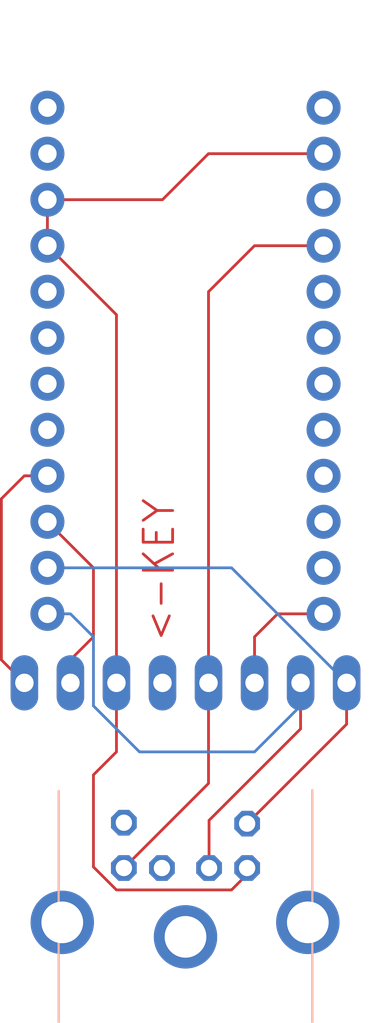
<source format=kicad_pcb>
(kicad_pcb (version 4) (generator "gerbview") (generator_version "8.0")
  (layers (0 F.Cu signal) (31 B.Cu signal) (34 B.Paste user) (35 F.Paste user) (36 B.SilkS user) (37 F.SilkS user) (38 B.Mask user) (39 F.Mask user) (44 Edge.Cuts user))
  (gr_line (start 20.97 -25.73) (end 20.97 -30.23) (layer B.SilkS) (width 0.127))
  (gr_line (start 20.97 -30.23) (end 20.97 -38.53) (layer B.SilkS) (width 0.127))
  (gr_line (start 6.97 -38.48) (end 6.97 -32.23) (layer B.SilkS) (width 0.127))
  (gr_line (start 6.97 -32.23) (end 6.97 -30.23) (layer B.SilkS) (width 0.127))
  (gr_line (start 6.97 -30.23) (end 6.97 -25.73) (layer B.SilkS) (width 0.127))
  (gr_line (start 6.97 -30.23) (end 7.27 -30.23) (layer B.SilkS) (width 0.127))
  (gr_line (start 7.27 -30.23) (end 7.27 -32.23) (layer B.SilkS) (width 0.127))
  (gr_line (start 7.27 -32.23) (end 6.97 -32.23) (layer B.SilkS) (width 0.127))
  (gr_line (start 20.67 -30.23) (end 20.97 -30.23) (layer B.SilkS) (width 0.127))
  (gr_line (start 20.67 -30.23) (end 20.67 -32.23) (layer B.SilkS) (width 0.127))
  (gr_line (start 20.67 -32.23) (end 20.92 -32.23) (layer B.SilkS) (width 0.127))
  (segment (start 12.1751 -48.1499) (end 12.6266 -47.0662) (width 0.1524) (layer F.Cu) (net 0))
  (segment (start 12.6266 -47.0662) (end 13.0782 -48.1499) (width 0.1524) (layer F.Cu) (net 0))
  (segment (start 12.6266 -48.8377) (end 12.6266 -49.9215) (width 0.1524) (layer F.Cu) (net 0))
  (segment (start 13.2588 -50.6686) (end 11.6332 -50.6686) (width 0.1524) (layer F.Cu) (net 0))
  (segment (start 11.6332 -51.5717) (end 12.6266 -50.6686) (width 0.1524) (layer F.Cu) (net 0))
  (segment (start 12.2654 -51.0298) (end 13.2588 -51.5717) (width 0.1524) (layer F.Cu) (net 0))
  (segment (start 13.2588 -52.2136) (end 13.2588 -52.9361) (width 0.1524) (layer F.Cu) (net 0))
  (segment (start 13.2588 -52.2136) (end 11.6332 -52.2136) (width 0.1524) (layer F.Cu) (net 0))
  (segment (start 11.6332 -52.2136) (end 11.6332 -52.9361) (width 0.1524) (layer F.Cu) (net 0))
  (segment (start 12.3557 -52.7555) (end 12.3557 -52.2136) (width 0.1524) (layer F.Cu) (net 0))
  (segment (start 11.6332 -53.4229) (end 12.4008 -53.9648) (width 0.1524) (layer F.Cu) (net 0))
  (segment (start 12.4008 -53.9648) (end 11.6332 -54.5066) (width 0.1524) (layer F.Cu) (net 0))
  (segment (start 12.4008 -53.9648) (end 13.2588 -53.9648) (width 0.1524) (layer F.Cu) (net 0))
  (segment (start 22.86 -45.212) (end 22.86 -43.688) (width 1.524) (layer F.Cu) (net 0))
  (segment (start 20.32 -43.688) (end 20.32 -45.212) (width 1.524) (layer F.Cu) (net 0))
  (segment (start 17.78 -45.212) (end 17.78 -43.688) (width 1.524) (layer F.Cu) (net 0))
  (segment (start 15.24 -43.688) (end 15.24 -45.212) (width 1.524) (layer F.Cu) (net 0))
  (segment (start 12.7 -45.212) (end 12.7 -43.688) (width 1.524) (layer F.Cu) (net 0))
  (segment (start 10.16 -43.688) (end 10.16 -45.212) (width 1.524) (layer F.Cu) (net 0))
  (segment (start 7.62 -45.212) (end 7.62 -43.688) (width 1.524) (layer F.Cu) (net 0))
  (segment (start 5.08 -43.688) (end 5.08 -45.212) (width 1.524) (layer F.Cu) (net 0))
  (gr_poly (pts (xy 11.95881 -34.52458) (xy 11.95881 -33.93541) (xy 12.37542 -33.51881) (xy 12.96459 -33.51881) (xy 13.38119 -33.93542) (xy 13.38119 -34.52459) (xy 12.96458 -34.94119) (xy 12.37541 -34.94119)) (layer F.Cu) (width 0))
  (gr_poly (pts (xy 14.55881 -34.52458) (xy 14.55881 -33.93541) (xy 14.97542 -33.51881) (xy 15.56459 -33.51881) (xy 15.98119 -33.93542) (xy 15.98119 -34.52459) (xy 15.56458 -34.94119) (xy 14.97541 -34.94119)) (layer F.Cu) (width 0))
  (gr_poly (pts (xy 16.65881 -34.52458) (xy 16.65881 -33.93541) (xy 17.07542 -33.51881) (xy 17.66459 -33.51881) (xy 18.08119 -33.93542) (xy 18.08119 -34.52459) (xy 17.66458 -34.94119) (xy 17.07541 -34.94119)) (layer F.Cu) (width 0))
  (gr_poly (pts (xy 9.85881 -34.52458) (xy 9.85881 -33.93541) (xy 10.27542 -33.51881) (xy 10.86459 -33.51881) (xy 11.28119 -33.93542) (xy 11.28119 -34.52459) (xy 10.86458 -34.94119) (xy 10.27541 -34.94119)) (layer F.Cu) (width 0))
  (gr_poly (pts (xy 9.85881 -37.02458) (xy 9.85881 -36.43541) (xy 10.27542 -36.01881) (xy 10.86459 -36.01881) (xy 11.28119 -36.43542) (xy 11.28119 -37.02459) (xy 10.86458 -37.44119) (xy 10.27541 -37.44119)) (layer F.Cu) (width 0))
  (gr_poly (pts (xy 16.65881 -36.97458) (xy 16.65881 -36.38541) (xy 17.07542 -35.96881) (xy 17.66459 -35.96881) (xy 18.08119 -36.38542) (xy 18.08119 -36.97459) (xy 17.66458 -37.39119) (xy 17.07541 -37.39119)) (layer F.Cu) (width 0))
  (segment (start 12.7 -71.12) (end 15.24 -73.66) (width 0.1524) (layer F.Cu) (net 0))
  (segment (start 15.24 -73.66) (end 21.59 -73.66) (width 0.1524) (layer F.Cu) (net 0))
  (segment (start 12.7 -71.12) (end 6.35 -71.12) (width 0.1524) (layer F.Cu) (net 0))
  (segment (start 6.35 -71.12) (end 6.35 -68.58) (width 0.1524) (layer F.Cu) (net 0))
  (segment (start 6.35 -68.58) (end 10.16 -64.77) (width 0.1524) (layer F.Cu) (net 0))
  (segment (start 10.16 -64.77) (end 10.16 -44.45) (width 0.1524) (layer F.Cu) (net 0))
  (segment (start 10.16 -44.45) (end 10.16 -40.64) (width 0.1524) (layer F.Cu) (net 0))
  (segment (start 10.16 -40.64) (end 8.89 -39.37) (width 0.1524) (layer F.Cu) (net 0))
  (segment (start 8.89 -39.37) (end 8.89 -34.29) (width 0.1524) (layer F.Cu) (net 0))
  (segment (start 8.89 -34.29) (end 10.16 -33.02) (width 0.1524) (layer F.Cu) (net 0))
  (segment (start 10.16 -33.02) (end 16.51 -33.02) (width 0.1524) (layer F.Cu) (net 0))
  (segment (start 16.51 -33.02) (end 17.37 -33.88) (width 0.1524) (layer F.Cu) (net 0))
  (segment (start 17.37 -33.88) (end 17.37 -34.23) (width 0.1524) (layer F.Cu) (net 0))
  (segment (start 17.37 -36.68) (end 22.86 -42.17) (width 0.1524) (layer F.Cu) (net 0))
  (segment (start 22.86 -42.17) (end 22.86 -44.45) (width 0.1524) (layer F.Cu) (net 0))
  (segment (start 15.27 -36.86) (end 15.27 -34.23) (width 0.1524) (layer F.Cu) (net 0))
  (segment (start 15.27 -36.86) (end 20.32 -41.91) (width 0.1524) (layer F.Cu) (net 0))
  (segment (start 20.32 -41.91) (end 20.32 -44.45) (width 0.1524) (layer F.Cu) (net 0))
  (segment (start 15.24 -44.45) (end 15.24 -66.04) (width 0.1524) (layer F.Cu) (net 0))
  (segment (start 15.24 -66.04) (end 17.78 -68.58) (width 0.1524) (layer F.Cu) (net 0))
  (segment (start 17.78 -68.58) (end 21.59 -68.58) (width 0.1524) (layer F.Cu) (net 0))
  (segment (start 15.24 -38.9) (end 10.57 -34.23) (width 0.1524) (layer F.Cu) (net 0))
  (segment (start 15.24 -38.9) (end 15.24 -44.45) (width 0.1524) (layer F.Cu) (net 0))
  (segment (start 7.62 -44.45) (end 7.62 -45.72) (width 0.1524) (layer F.Cu) (net 0))
  (segment (start 7.62 -45.72) (end 8.89 -46.99) (width 0.1524) (layer F.Cu) (net 0))
  (segment (start 8.89 -46.99) (end 8.89 -50.8) (width 0.1524) (layer F.Cu) (net 0))
  (segment (start 8.89 -50.8) (end 6.35 -53.34) (width 0.1524) (layer F.Cu) (net 0))
  (segment (start 6.35 -55.88) (end 5.08 -55.88) (width 0.1524) (layer F.Cu) (net 0))
  (segment (start 5.08 -55.88) (end 3.81 -54.61) (width 0.1524) (layer F.Cu) (net 0))
  (segment (start 3.81 -54.61) (end 3.81 -45.72) (width 0.1524) (layer F.Cu) (net 0))
  (segment (start 3.81 -45.72) (end 5.08 -44.45) (width 0.1524) (layer F.Cu) (net 0))
  (segment (start 17.78 -44.45) (end 17.78 -46.99) (width 0.1524) (layer F.Cu) (net 0))
  (segment (start 17.78 -46.99) (end 19.05 -48.26) (width 0.1524) (layer F.Cu) (net 0))
  (segment (start 19.05 -48.26) (end 21.59 -48.26) (width 0.1524) (layer F.Cu) (net 0))
  (segment (start 22.86 -45.212) (end 22.86 -43.688) (width 1.524) (layer B.Cu) (net 0))
  (segment (start 20.32 -43.688) (end 20.32 -45.212) (width 1.524) (layer B.Cu) (net 0))
  (segment (start 17.78 -45.212) (end 17.78 -43.688) (width 1.524) (layer B.Cu) (net 0))
  (segment (start 15.24 -43.688) (end 15.24 -45.212) (width 1.524) (layer B.Cu) (net 0))
  (segment (start 12.7 -45.212) (end 12.7 -43.688) (width 1.524) (layer B.Cu) (net 0))
  (segment (start 10.16 -43.688) (end 10.16 -45.212) (width 1.524) (layer B.Cu) (net 0))
  (segment (start 7.62 -45.212) (end 7.62 -43.688) (width 1.524) (layer B.Cu) (net 0))
  (segment (start 5.08 -43.688) (end 5.08 -45.212) (width 1.524) (layer B.Cu) (net 0))
  (gr_poly (pts (xy 11.95881 -34.52458) (xy 11.95881 -33.93541) (xy 12.37542 -33.51881) (xy 12.96459 -33.51881) (xy 13.38119 -33.93542) (xy 13.38119 -34.52459) (xy 12.96458 -34.94119) (xy 12.37541 -34.94119)) (layer B.Cu) (width 0))
  (gr_poly (pts (xy 14.55881 -34.52458) (xy 14.55881 -33.93541) (xy 14.97542 -33.51881) (xy 15.56459 -33.51881) (xy 15.98119 -33.93542) (xy 15.98119 -34.52459) (xy 15.56458 -34.94119) (xy 14.97541 -34.94119)) (layer B.Cu) (width 0))
  (gr_poly (pts (xy 16.65881 -34.52458) (xy 16.65881 -33.93541) (xy 17.07542 -33.51881) (xy 17.66459 -33.51881) (xy 18.08119 -33.93542) (xy 18.08119 -34.52459) (xy 17.66458 -34.94119) (xy 17.07541 -34.94119)) (layer B.Cu) (width 0))
  (gr_poly (pts (xy 9.85881 -34.52458) (xy 9.85881 -33.93541) (xy 10.27542 -33.51881) (xy 10.86459 -33.51881) (xy 11.28119 -33.93542) (xy 11.28119 -34.52459) (xy 10.86458 -34.94119) (xy 10.27541 -34.94119)) (layer B.Cu) (width 0))
  (gr_poly (pts (xy 9.85881 -37.02458) (xy 9.85881 -36.43541) (xy 10.27542 -36.01881) (xy 10.86459 -36.01881) (xy 11.28119 -36.43542) (xy 11.28119 -37.02459) (xy 10.86458 -37.44119) (xy 10.27541 -37.44119)) (layer B.Cu) (width 0))
  (gr_poly (pts (xy 16.65881 -36.97458) (xy 16.65881 -36.38541) (xy 17.07542 -35.96881) (xy 17.66459 -35.96881) (xy 18.08119 -36.38542) (xy 18.08119 -36.97459) (xy 17.66458 -37.39119) (xy 17.07541 -37.39119)) (layer B.Cu) (width 0))
  (segment (start 16.51 -50.8) (end 6.35 -50.8) (width 0.1524) (layer B.Cu) (net 0))
  (segment (start 16.51 -50.8) (end 22.86 -44.45) (width 0.1524) (layer B.Cu) (net 0))
  (segment (start 7.62 -48.26) (end 6.35 -48.26) (width 0.1524) (layer B.Cu) (net 0))
  (segment (start 7.62 -48.26) (end 8.89 -46.99) (width 0.1524) (layer B.Cu) (net 0))
  (segment (start 8.89 -46.99) (end 8.89 -43.18) (width 0.1524) (layer B.Cu) (net 0))
  (segment (start 8.89 -43.18) (end 11.43 -40.64) (width 0.1524) (layer B.Cu) (net 0))
  (segment (start 11.43 -40.64) (end 17.78 -40.64) (width 0.1524) (layer B.Cu) (net 0))
  (segment (start 17.78 -40.64) (end 20.32 -43.18) (width 0.1524) (layer B.Cu) (net 0))
  (segment (start 20.32 -43.18) (end 20.32 -44.45) (width 0.1524) (layer B.Cu) (net 0))
  (via (at 13.97 -30.43) (size 3.5) (drill 2.3) (layers F.Cu B.Cu))
  (via (at 20.72 -31.23) (size 3.5) (drill 2.3) (layers F.Cu B.Cu))
  (via (at 7.17 -31.23) (size 3.5) (drill 2.3) (layers F.Cu B.Cu))
  (via (at 21.59 -63.5) (size 1.8796) (drill 1.016) (layers F.Cu B.Cu))
  (via (at 6.35 -73.66) (size 1.8796) (drill 1.016) (layers F.Cu B.Cu))
  (via (at 21.59 -66.04) (size 1.8796) (drill 1.016) (layers F.Cu B.Cu))
  (via (at 21.59 -68.58) (size 1.8796) (drill 1.016) (layers F.Cu B.Cu))
  (via (at 21.59 -71.12) (size 1.8796) (drill 1.016) (layers F.Cu B.Cu))
  (via (at 21.59 -73.66) (size 1.8796) (drill 1.016) (layers F.Cu B.Cu))
  (via (at 21.59 -76.2) (size 1.8796) (drill 1.016) (layers F.Cu B.Cu))
  (via (at 22.86 -44.45) (size 1.01601) (drill 1.016) (layers F.Cu B.Cu))
  (via (at 20.32 -44.45) (size 1.01601) (drill 1.016) (layers F.Cu B.Cu))
  (via (at 17.78 -44.45) (size 1.01601) (drill 1.016) (layers F.Cu B.Cu))
  (via (at 15.24 -44.45) (size 1.01601) (drill 1.016) (layers F.Cu B.Cu))
  (via (at 12.7 -44.45) (size 1.01601) (drill 1.016) (layers F.Cu B.Cu))
  (via (at 10.16 -44.45) (size 1.01601) (drill 1.016) (layers F.Cu B.Cu))
  (via (at 7.62 -44.45) (size 1.01601) (drill 1.016) (layers F.Cu B.Cu))
  (via (at 5.08 -44.45) (size 1.01601) (drill 1.016) (layers F.Cu B.Cu))
  (via (at 21.59 -58.42) (size 1.8796) (drill 1.016) (layers F.Cu B.Cu))
  (via (at 6.35 -76.2) (size 1.8796) (drill 1.016) (layers F.Cu B.Cu))
  (via (at 6.35 -71.12) (size 1.8796) (drill 1.016) (layers F.Cu B.Cu))
  (via (at 6.35 -68.58) (size 1.8796) (drill 1.016) (layers F.Cu B.Cu))
  (via (at 6.35 -66.04) (size 1.8796) (drill 1.016) (layers F.Cu B.Cu))
  (via (at 6.35 -63.5) (size 1.8796) (drill 1.016) (layers F.Cu B.Cu))
  (via (at 6.35 -60.96) (size 1.8796) (drill 1.016) (layers F.Cu B.Cu))
  (via (at 6.35 -58.42) (size 1.8796) (drill 1.016) (layers F.Cu B.Cu))
  (via (at 6.35 -55.88) (size 1.8796) (drill 1.016) (layers F.Cu B.Cu))
  (via (at 6.35 -53.34) (size 1.8796) (drill 1.016) (layers F.Cu B.Cu))
  (via (at 6.35 -50.8) (size 1.8796) (drill 1.016) (layers F.Cu B.Cu))
  (via (at 6.35 -48.26) (size 1.8796) (drill 1.016) (layers F.Cu B.Cu))
  (via (at 21.59 -48.26) (size 1.8796) (drill 1.016) (layers F.Cu B.Cu))
  (via (at 21.59 -50.8) (size 1.8796) (drill 1.016) (layers F.Cu B.Cu))
  (via (at 21.59 -53.34) (size 1.8796) (drill 1.016) (layers F.Cu B.Cu))
  (via (at 21.59 -55.88) (size 1.8796) (drill 1.016) (layers F.Cu B.Cu))
  (via (at 21.59 -60.96) (size 1.8796) (drill 1.016) (layers F.Cu B.Cu))
  (via (at 12.67 -34.23) (size 0.90001) (drill 0.9) (layers F.Cu B.Cu))
  (via (at 15.27 -34.23) (size 0.90001) (drill 0.9) (layers F.Cu B.Cu))
  (via (at 17.37 -34.23) (size 0.90001) (drill 0.9) (layers F.Cu B.Cu))
  (via (at 10.57 -34.23) (size 0.90001) (drill 0.9) (layers F.Cu B.Cu))
  (via (at 10.57 -36.73) (size 0.90001) (drill 0.9) (layers F.Cu B.Cu))
  (via (at 17.37 -36.68) (size 0.90001) (drill 0.9) (layers F.Cu B.Cu))
)
</source>
